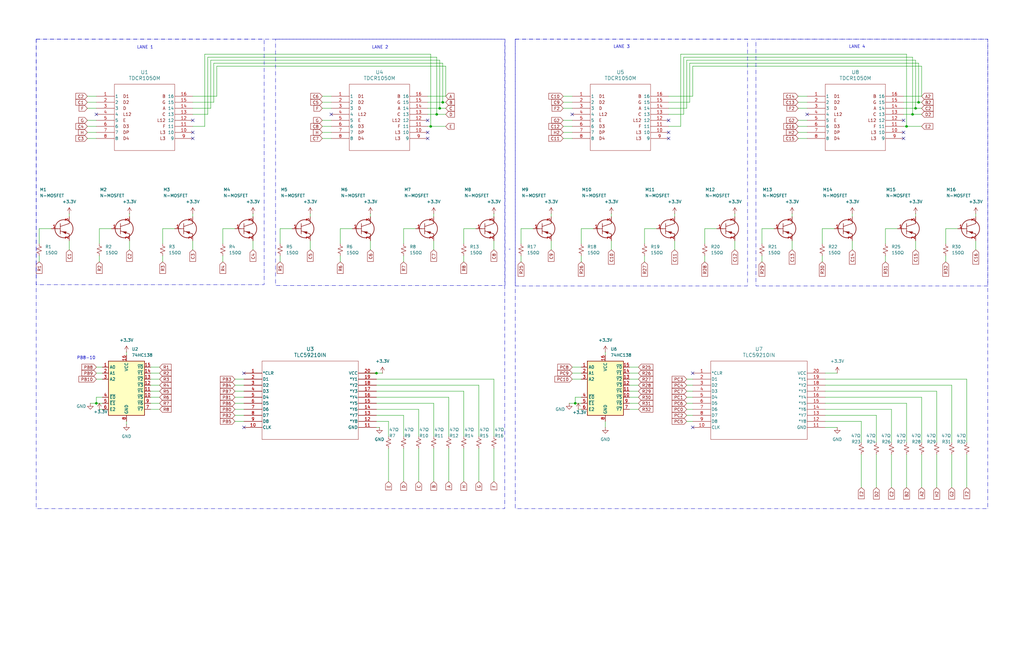
<source format=kicad_sch>
(kicad_sch (version 20231120) (generator "eeschema") (generator_version "8.0")
  (paper "B")
  (junction (at 382.27 53.34))
  (junction (at 181.61 53.34))
  (junction (at 40.64 170.18))
  (junction (at 186.69 43.18))
  (junction (at 185.42 45.72))
  (junction (at 384.81 48.26))
  (junction (at 387.35 43.18))
  (junction (at 184.15 48.26))
  (junction (at 242.57 170.18))
  (junction (at 386.08 45.72))
  (junction (at 158.75 157.48))
  (no_connect (at 102.87 157.48))
  (no_connect (at 139.7 48.26))
  (no_connect (at 81.28 58.42))
  (no_connect (at 180.34 55.88))
  (no_connect (at 102.87 180.34))
  (no_connect (at 281.94 50.8))
  (no_connect (at 340.36 48.26))
  (no_connect (at 281.94 58.42))
  (no_connect (at 281.94 55.88))
  (no_connect (at 381 58.42))
  (no_connect (at 381 55.88))
  (no_connect (at 81.28 55.88))
  (no_connect (at 81.28 50.8))
  (no_connect (at 40.64 48.26))
  (no_connect (at 292.1 157.48))
  (no_connect (at 180.34 58.42))
  (no_connect (at 292.1 180.34))
  (no_connect (at 180.34 50.8))
  (no_connect (at 381 50.8))
  (no_connect (at 241.3 48.26))
  (wire (pts (xy 99.06 172.72) (xy 102.87 172.72)))
  (wire (pts (xy 336.55 58.42) (xy 340.36 58.42)))
  (wire (pts (xy 411.48 101.6) (xy 411.48 105.41)))
  (wire (pts (xy 347.98 172.72) (xy 375.92 172.72)))
  (polyline (pts (xy 214.884 105.156) (xy 215.138 105.156)))
  (wire (pts (xy 186.69 26.67) (xy 186.69 43.18)))
  (wire (pts (xy 394.97 205.74) (xy 394.97 191.77)))
  (wire (pts (xy 36.83 45.72) (xy 40.64 45.72)))
  (wire (pts (xy 40.64 167.64) (xy 40.64 170.18)))
  (wire (pts (xy 382.27 22.86) (xy 382.27 53.34)))
  (wire (pts (xy 86.36 53.34) (xy 86.36 22.86)))
  (wire (pts (xy 321.31 110.49) (xy 321.31 107.95)))
  (wire (pts (xy 29.21 90.17) (xy 29.21 91.44)))
  (wire (pts (xy 16.51 110.49) (xy 16.51 107.95)))
  (wire (pts (xy 16.51 96.52) (xy 16.51 102.87)))
  (wire (pts (xy 67.31 157.48) (xy 63.5 157.48)))
  (wire (pts (xy 201.93 203.2) (xy 201.93 189.23)))
  (wire (pts (xy 243.84 172.72) (xy 245.11 172.72)))
  (wire (pts (xy 36.83 43.18) (xy 40.64 43.18)))
  (wire (pts (xy 276.86 96.52) (xy 271.78 96.52)))
  (wire (pts (xy 388.62 27.94) (xy 388.62 40.64)))
  (wire (pts (xy 163.83 184.15) (xy 163.83 177.8)))
  (wire (pts (xy 237.49 40.64) (xy 241.3 40.64)))
  (wire (pts (xy 346.71 110.49) (xy 346.71 107.95)))
  (wire (pts (xy 118.11 96.52) (xy 118.11 102.87)))
  (wire (pts (xy 130.81 101.6) (xy 130.81 105.41)))
  (wire (pts (xy 67.31 162.56) (xy 63.5 162.56)))
  (wire (pts (xy 347.98 170.18) (xy 382.27 170.18)))
  (wire (pts (xy 38.1 170.18) (xy 40.64 170.18)))
  (wire (pts (xy 289.56 167.64) (xy 292.1 167.64)))
  (wire (pts (xy 208.28 160.02) (xy 158.75 160.02)))
  (wire (pts (xy 201.93 162.56) (xy 201.93 184.15)))
  (wire (pts (xy 411.48 90.17) (xy 411.48 91.44)))
  (wire (pts (xy 184.15 24.13) (xy 184.15 48.26)))
  (wire (pts (xy 269.24 154.94) (xy 265.43 154.94)))
  (wire (pts (xy 67.31 170.18) (xy 63.5 170.18)))
  (wire (pts (xy 334.01 90.17) (xy 334.01 91.44)))
  (wire (pts (xy 43.18 167.64) (xy 40.64 167.64)))
  (wire (pts (xy 359.41 90.17) (xy 359.41 91.44)))
  (wire (pts (xy 185.42 45.72) (xy 187.96 45.72)))
  (wire (pts (xy 347.98 177.8) (xy 363.22 177.8)))
  (wire (pts (xy 90.17 26.67) (xy 186.69 26.67)))
  (wire (pts (xy 208.28 101.6) (xy 208.28 105.41)))
  (wire (pts (xy 158.75 162.56) (xy 201.93 162.56)))
  (wire (pts (xy 189.23 203.2) (xy 189.23 189.23)))
  (wire (pts (xy 86.36 22.86) (xy 181.61 22.86)))
  (wire (pts (xy 398.78 110.49) (xy 398.78 107.95)))
  (wire (pts (xy 135.89 53.34) (xy 139.7 53.34)))
  (wire (pts (xy 176.53 203.2) (xy 176.53 189.23)))
  (polyline (pts (xy 214.63 105.156) (xy 214.884 105.156)))
  (wire (pts (xy 336.55 50.8) (xy 340.36 50.8)))
  (wire (pts (xy 187.96 27.94) (xy 91.44 27.94)))
  (wire (pts (xy 346.71 96.52) (xy 346.71 102.87)))
  (wire (pts (xy 81.28 90.17) (xy 81.28 91.44)))
  (wire (pts (xy 289.56 25.4) (xy 386.08 25.4)))
  (wire (pts (xy 41.91 172.72) (xy 43.18 172.72)))
  (wire (pts (xy 407.67 160.02) (xy 407.67 186.69)))
  (wire (pts (xy 81.28 101.6) (xy 81.28 105.41)))
  (wire (pts (xy 88.9 45.72) (xy 88.9 25.4)))
  (wire (pts (xy 154.94 157.48) (xy 158.75 157.48)))
  (wire (pts (xy 170.18 96.52) (xy 170.18 102.87)))
  (wire (pts (xy 387.35 43.18) (xy 381 43.18)))
  (wire (pts (xy 269.24 172.72) (xy 265.43 172.72)))
  (wire (pts (xy 336.55 43.18) (xy 340.36 43.18)))
  (wire (pts (xy 336.55 45.72) (xy 340.36 45.72)))
  (wire (pts (xy 284.48 101.6) (xy 284.48 105.41)))
  (wire (pts (xy 135.89 45.72) (xy 139.7 45.72)))
  (wire (pts (xy 158.75 157.48) (xy 161.29 157.48)))
  (wire (pts (xy 90.17 43.18) (xy 90.17 26.67)))
  (wire (pts (xy 143.51 96.52) (xy 143.51 102.87)))
  (wire (pts (xy 170.18 184.15) (xy 170.18 175.26)))
  (wire (pts (xy 195.58 203.2) (xy 195.58 189.23)))
  (wire (pts (xy 281.94 48.26) (xy 288.29 48.26)))
  (wire (pts (xy 289.56 172.72) (xy 292.1 172.72)))
  (wire (pts (xy 386.08 45.72) (xy 381 45.72)))
  (wire (pts (xy 363.22 191.77) (xy 363.22 205.74)))
  (wire (pts (xy 73.66 96.52) (xy 68.58 96.52)))
  (wire (pts (xy 288.29 48.26) (xy 288.29 24.13)))
  (wire (pts (xy 281.94 45.72) (xy 289.56 45.72)))
  (wire (pts (xy 255.27 148.59) (xy 255.27 149.86)))
  (wire (pts (xy 135.89 50.8) (xy 139.7 50.8)))
  (wire (pts (xy 382.27 205.74) (xy 382.27 191.77)))
  (wire (pts (xy 208.28 189.23) (xy 208.28 203.2)))
  (wire (pts (xy 182.88 101.6) (xy 182.88 105.41)))
  (wire (pts (xy 93.98 110.49) (xy 93.98 107.95)))
  (wire (pts (xy 208.28 90.17) (xy 208.28 91.44)))
  (wire (pts (xy 378.46 96.52) (xy 373.38 96.52)))
  (wire (pts (xy 156.21 90.17) (xy 156.21 91.44)))
  (wire (pts (xy 106.68 90.17) (xy 106.68 91.44)))
  (wire (pts (xy 181.61 22.86) (xy 181.61 53.34)))
  (wire (pts (xy 382.27 53.34) (xy 381 53.34)))
  (wire (pts (xy 81.28 48.26) (xy 87.63 48.26)))
  (wire (pts (xy 189.23 167.64) (xy 158.75 167.64)))
  (wire (pts (xy 40.64 154.94) (xy 43.18 154.94)))
  (wire (pts (xy 195.58 110.49) (xy 195.58 107.95)))
  (wire (pts (xy 123.19 96.52) (xy 118.11 96.52)))
  (wire (pts (xy 271.78 110.49) (xy 271.78 107.95)))
  (wire (pts (xy 36.83 50.8) (xy 40.64 50.8)))
  (wire (pts (xy 91.44 40.64) (xy 81.28 40.64)))
  (wire (pts (xy 170.18 110.49) (xy 170.18 107.95)))
  (wire (pts (xy 163.83 189.23) (xy 163.83 203.2)))
  (wire (pts (xy 242.57 170.18) (xy 245.11 170.18)))
  (wire (pts (xy 384.81 48.26) (xy 388.62 48.26)))
  (wire (pts (xy 81.28 43.18) (xy 90.17 43.18)))
  (wire (pts (xy 287.02 22.86) (xy 382.27 22.86)))
  (wire (pts (xy 382.27 170.18) (xy 382.27 186.69)))
  (wire (pts (xy 321.31 96.52) (xy 321.31 102.87)))
  (wire (pts (xy 326.39 96.52) (xy 321.31 96.52)))
  (wire (pts (xy 255.27 180.34) (xy 255.27 177.8)))
  (wire (pts (xy 99.06 162.56) (xy 102.87 162.56)))
  (wire (pts (xy 381 40.64) (xy 388.62 40.64)))
  (wire (pts (xy 232.41 101.6) (xy 232.41 105.41)))
  (wire (pts (xy 363.22 177.8) (xy 363.22 186.69)))
  (wire (pts (xy 302.26 96.52) (xy 297.18 96.52)))
  (wire (pts (xy 143.51 110.49) (xy 143.51 107.95)))
  (wire (pts (xy 375.92 205.74) (xy 375.92 191.77)))
  (wire (pts (xy 387.35 43.18) (xy 388.62 43.18)))
  (wire (pts (xy 336.55 55.88) (xy 340.36 55.88)))
  (wire (pts (xy 186.69 43.18) (xy 187.96 43.18)))
  (wire (pts (xy 347.98 160.02) (xy 407.67 160.02)))
  (wire (pts (xy 269.24 162.56) (xy 265.43 162.56)))
  (wire (pts (xy 292.1 40.64) (xy 281.94 40.64)))
  (wire (pts (xy 185.42 45.72) (xy 180.34 45.72)))
  (wire (pts (xy 237.49 53.34) (xy 241.3 53.34)))
  (wire (pts (xy 347.98 165.1) (xy 394.97 165.1)))
  (wire (pts (xy 232.41 90.17) (xy 232.41 91.44)))
  (wire (pts (xy 118.11 110.49) (xy 118.11 107.95)))
  (wire (pts (xy 135.89 55.88) (xy 139.7 55.88)))
  (wire (pts (xy 369.57 175.26) (xy 369.57 186.69)))
  (wire (pts (xy 185.42 25.4) (xy 185.42 45.72)))
  (wire (pts (xy 394.97 165.1) (xy 394.97 186.69)))
  (wire (pts (xy 195.58 96.52) (xy 195.58 102.87)))
  (wire (pts (xy 289.56 175.26) (xy 292.1 175.26)))
  (wire (pts (xy 289.56 170.18) (xy 292.1 170.18)))
  (wire (pts (xy 353.06 180.34) (xy 347.98 180.34)))
  (wire (pts (xy 269.24 165.1) (xy 265.43 165.1)))
  (wire (pts (xy 373.38 96.52) (xy 373.38 102.87)))
  (wire (pts (xy 403.86 96.52) (xy 398.78 96.52)))
  (wire (pts (xy 46.99 96.52) (xy 41.91 96.52)))
  (wire (pts (xy 163.83 177.8) (xy 158.75 177.8)))
  (wire (pts (xy 271.78 96.52) (xy 271.78 102.87)))
  (wire (pts (xy 87.63 24.13) (xy 184.15 24.13)))
  (wire (pts (xy 384.81 24.13) (xy 384.81 48.26)))
  (wire (pts (xy 297.18 110.49) (xy 297.18 107.95)))
  (wire (pts (xy 386.08 25.4) (xy 386.08 45.72)))
  (wire (pts (xy 91.44 27.94) (xy 91.44 40.64)))
  (wire (pts (xy 99.06 167.64) (xy 102.87 167.64)))
  (wire (pts (xy 281.94 43.18) (xy 290.83 43.18)))
  (wire (pts (xy 81.28 45.72) (xy 88.9 45.72)))
  (wire (pts (xy 99.06 170.18) (xy 102.87 170.18)))
  (wire (pts (xy 67.31 172.72) (xy 63.5 172.72)))
  (wire (pts (xy 224.79 96.52) (xy 219.71 96.52)))
  (wire (pts (xy 241.3 154.94) (xy 245.11 154.94)))
  (wire (pts (xy 135.89 40.64) (xy 139.7 40.64)))
  (wire (pts (xy 99.06 160.02) (xy 102.87 160.02)))
  (wire (pts (xy 81.28 53.34) (xy 86.36 53.34)))
  (wire (pts (xy 388.62 205.74) (xy 388.62 191.77)))
  (wire (pts (xy 181.61 53.34) (xy 187.96 53.34)))
  (wire (pts (xy 148.59 96.52) (xy 143.51 96.52)))
  (wire (pts (xy 53.34 148.59) (xy 53.34 149.86)))
  (wire (pts (xy 182.88 90.17) (xy 182.88 91.44)))
  (wire (pts (xy 99.06 175.26) (xy 102.87 175.26)))
  (wire (pts (xy 99.06 165.1) (xy 102.87 165.1)))
  (wire (pts (xy 347.98 167.64) (xy 388.62 167.64)))
  (wire (pts (xy 245.11 96.52) (xy 245.11 102.87)))
  (wire (pts (xy 386.08 101.6) (xy 386.08 105.41)))
  (wire (pts (xy 106.68 101.6) (xy 106.68 105.41)))
  (wire (pts (xy 170.18 189.23) (xy 170.18 203.2)))
  (wire (pts (xy 387.35 26.67) (xy 387.35 43.18)))
  (wire (pts (xy 184.15 48.26) (xy 187.96 48.26)))
  (wire (pts (xy 176.53 172.72) (xy 158.75 172.72)))
  (wire (pts (xy 53.34 179.07) (xy 53.34 177.8)))
  (wire (pts (xy 54.61 90.17) (xy 54.61 91.44)))
  (wire (pts (xy 281.94 53.34) (xy 287.02 53.34)))
  (wire (pts (xy 388.62 167.64) (xy 388.62 186.69)))
  (wire (pts (xy 41.91 110.49) (xy 41.91 107.95)))
  (wire (pts (xy 289.56 165.1) (xy 292.1 165.1)))
  (wire (pts (xy 269.24 157.48) (xy 265.43 157.48)))
  (wire (pts (xy 68.58 110.49) (xy 68.58 107.95)))
  (wire (pts (xy 242.57 167.64) (xy 242.57 170.18)))
  (wire (pts (xy 257.81 90.17) (xy 257.81 91.44)))
  (wire (pts (xy 175.26 96.52) (xy 170.18 96.52)))
  (wire (pts (xy 269.24 167.64) (xy 265.43 167.64)))
  (wire (pts (xy 67.31 165.1) (xy 63.5 165.1)))
  (wire (pts (xy 41.91 96.52) (xy 41.91 102.87)))
  (wire (pts (xy 245.11 110.49) (xy 245.11 107.95)))
  (wire (pts (xy 40.64 160.02) (xy 43.18 160.02)))
  (wire (pts (xy 40.64 157.48) (xy 43.18 157.48)))
  (wire (pts (xy 401.32 162.56) (xy 401.32 186.69)))
  (wire (pts (xy 182.88 170.18) (xy 158.75 170.18)))
  (wire (pts (xy 407.67 191.77) (xy 407.67 205.74)))
  (wire (pts (xy 36.83 58.42) (xy 40.64 58.42)))
  (wire (pts (xy 187.96 27.94) (xy 187.96 40.64)))
  (wire (pts (xy 36.83 40.64) (xy 40.64 40.64)))
  (wire (pts (xy 237.49 50.8) (xy 241.3 50.8)))
  (wire (pts (xy 181.61 53.34) (xy 180.34 53.34)))
  (wire (pts (xy 67.31 160.02) (xy 63.5 160.02)))
  (wire (pts (xy 40.64 170.18) (xy 43.18 170.18)))
  (wire (pts (xy 384.81 48.26) (xy 381 48.26)))
  (wire (pts (xy 130.81 90.17) (xy 130.81 91.44)))
  (wire (pts (xy 250.19 96.52) (xy 245.11 96.52)))
  (wire (pts (xy 67.31 167.64) (xy 63.5 167.64)))
  (wire (pts (xy 29.21 101.6) (xy 29.21 105.41)))
  (wire (pts (xy 195.58 184.15) (xy 195.58 165.1)))
  (wire (pts (xy 382.27 53.34) (xy 388.62 53.34)))
  (wire (pts (xy 36.83 55.88) (xy 40.64 55.88)))
  (wire (pts (xy 289.56 177.8) (xy 292.1 177.8)))
  (wire (pts (xy 160.02 180.34) (xy 158.75 180.34)))
  (wire (pts (xy 347.98 162.56) (xy 401.32 162.56)))
  (wire (pts (xy 189.23 184.15) (xy 189.23 167.64)))
  (wire (pts (xy 99.06 96.52) (xy 93.98 96.52)))
  (wire (pts (xy 336.55 40.64) (xy 340.36 40.64)))
  (wire (pts (xy 176.53 184.15) (xy 176.53 172.72)))
  (wire (pts (xy 388.62 27.94) (xy 292.1 27.94)))
  (wire (pts (xy 297.18 96.52) (xy 297.18 102.87)))
  (wire (pts (xy 386.08 90.17) (xy 386.08 91.44)))
  (wire (pts (xy 351.79 96.52) (xy 346.71 96.52)))
  (wire (pts (xy 87.63 48.26) (xy 87.63 24.13)))
  (wire (pts (xy 269.24 160.02) (xy 265.43 160.02)))
  (wire (pts (xy 237.49 43.18) (xy 241.3 43.18)))
  (wire (pts (xy 186.69 43.18) (xy 180.34 43.18)))
  (wire (pts (xy 359.41 101.6) (xy 359.41 105.41)))
  (wire (pts (xy 347.98 157.48) (xy 353.06 157.48)))
  (wire (pts (xy 241.3 160.02) (xy 245.11 160.02)))
  (wire (pts (xy 180.34 40.64) (xy 187.96 40.64)))
  (wire (pts (xy 245.11 167.64) (xy 242.57 167.64)))
  (wire (pts (xy 269.24 170.18) (xy 265.43 170.18)))
  (wire (pts (xy 284.48 90.17) (xy 284.48 91.44)))
  (wire (pts (xy 219.71 96.52) (xy 219.71 102.87)))
  (wire (pts (xy 292.1 27.94) (xy 292.1 40.64)))
  (wire (pts (xy 401.32 205.74) (xy 401.32 191.77)))
  (wire (pts (xy 99.06 177.8) (xy 102.87 177.8)))
  (wire (pts (xy 309.88 90.17) (xy 309.88 91.44)))
  (wire (pts (xy 184.15 48.26) (xy 180.34 48.26)))
  (wire (pts (xy 347.98 175.26) (xy 369.57 175.26)))
  (wire (pts (xy 240.03 170.18) (xy 242.57 170.18)))
  (wire (pts (xy 237.49 58.42) (xy 241.3 58.42)))
  (wire (pts (xy 334.01 101.6) (xy 334.01 105.41)))
  (wire (pts (xy 182.88 203.2) (xy 182.88 189.23)))
  (wire (pts (xy 219.71 110.49) (xy 219.71 107.95)))
  (wire (pts (xy 68.58 96.52) (xy 68.58 102.87)))
  (wire (pts (xy 290.83 26.67) (xy 387.35 26.67)))
  (wire (pts (xy 386.08 45.72) (xy 388.62 45.72)))
  (wire (pts (xy 289.56 160.02) (xy 292.1 160.02)))
  (wire (pts (xy 36.83 53.34) (xy 40.64 53.34)))
  (wire (pts (xy 156.21 101.6) (xy 156.21 105.41)))
  (wire (pts (xy 135.89 43.18) (xy 139.7 43.18)))
  (wire (pts (xy 54.61 101.6) (xy 54.61 105.41)))
  (wire (pts (xy 170.18 175.26) (xy 158.75 175.26)))
  (wire (pts (xy 237.49 55.88) (xy 241.3 55.88)))
  (wire (pts (xy 237.49 45.72) (xy 241.3 45.72)))
  (wire (pts (xy 67.31 154.94) (xy 63.5 154.94)))
  (wire (pts (xy 200.66 96.52) (xy 195.58 96.52)))
  (wire (pts (xy 287.02 53.34) (xy 287.02 22.86)))
  (wire (pts (xy 398.78 96.52) (xy 398.78 102.87)))
  (wire (pts (xy 195.58 165.1) (xy 158.75 165.1)))
  (wire (pts (xy 241.3 157.48) (xy 245.11 157.48)))
  (wire (pts (xy 257.81 101.6) (xy 257.81 105.41)))
  (wire (pts (xy 93.98 96.52) (xy 93.98 102.87)))
  (wire (pts (xy 135.89 58.42) (xy 139.7 58.42)))
  (wire (pts (xy 88.9 25.4) (xy 185.42 25.4)))
  (wire (pts (xy 290.83 43.18) (xy 290.83 26.67)))
  (wire (pts (xy 288.29 24.13) (xy 384.81 24.13)))
  (wire (pts (xy 182.88 184.15) (xy 182.88 170.18)))
  (wire (pts (xy 369.57 191.77) (xy 369.57 205.74)))
  (wire (pts (xy 289.56 162.56) (xy 292.1 162.56)))
  (wire (pts (xy 309.88 101.6) (xy 309.88 105.41)))
  (wire (pts (xy 208.28 184.15) (xy 208.28 160.02)))
  (wire (pts (xy 21.59 96.52) (xy 16.51 96.52)))
  (wire (pts (xy 336.55 53.34) (xy 340.36 53.34)))
  (wire (pts (xy 375.92 172.72) (xy 375.92 186.69)))
  (wire (pts (xy 289.56 45.72) (xy 289.56 25.4)))
  (wire (pts (xy 373.38 110.49) (xy 373.38 107.95)))
  (rectangle (start 15.2508 16.5098) (end 111.3686 120.1419) (stroke (width 0) (type dash_dot)))
  (rectangle (start 116.183 16.51) (end 212.957 120.4991) (stroke (width 0) (type dash_dot)))
  (rectangle (start 217.2472 16.51) (end 315.214 120.65) (stroke (width 0) (type dash_dot)))
  (rectangle (start 15.24 16.51) (end 212.8495 214.63) (stroke (width 0) (type dash_dot)))
  (rectangle (start 318.77 16.51) (end 416.56 120.65) (stroke (width 0) (type dash_dot)))
  (rectangle (start 217.2472 16.51) (end 416.5105 214.63) (stroke (width 0) (type dash_dot)))
  (text "LANE 4" (at 361.442 19.812 0) (effects (font (size 1.27 1.27))))
  (text "LANE 2" (at 160.274 20.066 0) (effects (font (size 1.27 1.27))))
  (text "PB8-10\n" (at 36.322 151.13 0) (effects (font (size 1.27 1.27))))
  (text "LANE 1" (at 61.214 20.066 0) (effects (font (size 1.27 1.27))))
  (text "LANE 3" (at 262.128 19.812 0) (effects (font (size 1.27 1.27))))
  (global_label "C6" (shape input) (at 156.21 105.41 270) (property "Intersheetrefs" "${INTERSHEET_REFS}" (effects (hide yes))))
  (global_label "C1" (shape input) (at 36.83 43.18 180) (property "Intersheetrefs" "${INTERSHEET_REFS}" (effects (hide yes))))
  (global_label "R32" (shape input) (at 269.24 172.72 0) (property "Intersheetrefs" "${INTERSHEET_REFS}" (effects (hide yes))))
  (global_label "R6" (shape input) (at 143.51 110.49 270) (property "Intersheetrefs" "${INTERSHEET_REFS}" (effects (hide yes))))
  (global_label "PB9" (shape input) (at 40.64 157.48 180) (property "Intersheetrefs" "${INTERSHEET_REFS}" (effects (hide yes))))
  (global_label "R6" (shape input) (at 67.31 167.64 0) (property "Intersheetrefs" "${INTERSHEET_REFS}" (effects (hide yes))))
  (global_label "C16" (shape input) (at 336.55 53.34 180) (property "Intersheetrefs" "${INTERSHEET_REFS}" (effects (hide yes))))
  (global_label "PB0" (shape input) (at 99.06 172.72 180) (property "Intersheetrefs" "${INTERSHEET_REFS}" (effects (hide yes))))
  (global_label "R31" (shape input) (at 269.24 170.18 0) (property "Intersheetrefs" "${INTERSHEET_REFS}" (effects (hide yes))))
  (global_label "R32" (shape input) (at 398.78 110.49 270) (property "Intersheetrefs" "${INTERSHEET_REFS}" (effects (hide yes))))
  (global_label "C6" (shape input) (at 135.89 40.64 180) (property "Intersheetrefs" "${INTERSHEET_REFS}" (effects (hide yes))))
  (global_label "E2" (shape input) (at 363.22 205.74 270) (property "Intersheetrefs" "${INTERSHEET_REFS}" (effects (hide yes))))
  (global_label "C12" (shape input) (at 237.49 53.34 180) (property "Intersheetrefs" "${INTERSHEET_REFS}" (effects (hide yes))))
  (global_label "PC2" (shape input) (at 289.56 175.26 180) (property "Intersheetrefs" "${INTERSHEET_REFS}" (effects (hide yes))))
  (global_label "H" (shape input) (at 36.83 55.88 180) (property "Intersheetrefs" "${INTERSHEET_REFS}" (effects (hide yes))))
  (global_label "C15" (shape input) (at 386.08 105.41 270) (property "Intersheetrefs" "${INTERSHEET_REFS}" (effects (hide yes))))
  (global_label "C13" (shape input) (at 336.55 43.18 180) (property "Intersheetrefs" "${INTERSHEET_REFS}" (effects (hide yes))))
  (global_label "PB2" (shape input) (at 99.06 175.26 180) (property "Intersheetrefs" "${INTERSHEET_REFS}" (effects (hide yes))))
  (global_label "R26" (shape input) (at 245.11 110.49 270) (property "Intersheetrefs" "${INTERSHEET_REFS}" (effects (hide yes))))
  (global_label "C3" (shape input) (at 81.28 105.41 270) (property "Intersheetrefs" "${INTERSHEET_REFS}" (effects (hide yes))))
  (global_label "H" (shape input) (at 195.58 203.2 270) (property "Intersheetrefs" "${INTERSHEET_REFS}" (effects (hide yes))))
  (global_label "C15" (shape input) (at 336.55 58.42 180) (property "Intersheetrefs" "${INTERSHEET_REFS}" (effects (hide yes))))
  (global_label "PC9" (shape input) (at 241.3 157.48 180) (property "Intersheetrefs" "${INTERSHEET_REFS}" (effects (hide yes))))
  (global_label "C11" (shape input) (at 284.48 105.41 270) (property "Intersheetrefs" "${INTERSHEET_REFS}" (effects (hide yes))))
  (global_label "PC10" (shape input) (at 241.3 160.02 180) (property "Intersheetrefs" "${INTERSHEET_REFS}" (effects (hide yes))))
  (global_label "G2" (shape input) (at 237.49 50.8 180) (property "Intersheetrefs" "${INTERSHEET_REFS}" (effects (hide yes))))
  (global_label "G" (shape input) (at 135.89 50.8 180) (property "Intersheetrefs" "${INTERSHEET_REFS}" (effects (hide yes))))
  (global_label "C12" (shape input) (at 309.88 105.41 270) (property "Intersheetrefs" "${INTERSHEET_REFS}" (effects (hide yes))))
  (global_label "R29" (shape input) (at 321.31 110.49 270) (property "Intersheetrefs" "${INTERSHEET_REFS}" (effects (hide yes))))
  (global_label "D2" (shape input) (at 369.57 205.74 270) (property "Intersheetrefs" "${INTERSHEET_REFS}" (effects (hide yes))))
  (global_label "PB8" (shape input) (at 40.64 154.94 180) (property "Intersheetrefs" "${INTERSHEET_REFS}" (effects (hide yes))))
  (global_label "C4" (shape input) (at 106.68 105.41 270) (property "Intersheetrefs" "${INTERSHEET_REFS}" (effects (hide yes))))
  (global_label "PC6" (shape input) (at 289.56 170.18 180) (property "Intersheetrefs" "${INTERSHEET_REFS}" (effects (hide yes))))
  (global_label "F2" (shape input) (at 336.55 45.72 180) (property "Intersheetrefs" "${INTERSHEET_REFS}" (effects (hide yes))))
  (global_label "R27" (shape input) (at 269.24 160.02 0) (property "Intersheetrefs" "${INTERSHEET_REFS}" (effects (hide yes))))
  (global_label "C14" (shape input) (at 359.41 105.41 270) (property "Intersheetrefs" "${INTERSHEET_REFS}" (effects (hide yes))))
  (global_label "C4" (shape input) (at 36.83 53.34 180) (property "Intersheetrefs" "${INTERSHEET_REFS}" (effects (hide yes))))
  (global_label "H2" (shape input) (at 394.97 205.74 270) (property "Intersheetrefs" "${INTERSHEET_REFS}" (effects (hide yes))))
  (global_label "F" (shape input) (at 208.28 203.2 270) (property "Intersheetrefs" "${INTERSHEET_REFS}" (effects (hide yes))))
  (global_label "R7" (shape input) (at 170.18 110.49 270) (property "Intersheetrefs" "${INTERSHEET_REFS}" (effects (hide yes))))
  (global_label "F2" (shape input) (at 407.67 205.74 270) (property "Intersheetrefs" "${INTERSHEET_REFS}" (effects (hide yes))))
  (global_label "R28" (shape input) (at 297.18 110.49 270) (property "Intersheetrefs" "${INTERSHEET_REFS}" (effects (hide yes))))
  (global_label "PC1" (shape input) (at 289.56 167.64 180) (property "Intersheetrefs" "${INTERSHEET_REFS}" (effects (hide yes))))
  (global_label "C16" (shape input) (at 411.48 105.41 270) (property "Intersheetrefs" "${INTERSHEET_REFS}" (effects (hide yes))))
  (global_label "A2" (shape input) (at 388.62 40.64 0) (property "Intersheetrefs" "${INTERSHEET_REFS}" (effects (hide yes))))
  (global_label "C10" (shape input) (at 237.49 40.64 180) (property "Intersheetrefs" "${INTERSHEET_REFS}" (effects (hide yes))))
  (global_label "C2" (shape input) (at 54.61 105.41 270) (property "Intersheetrefs" "${INTERSHEET_REFS}" (effects (hide yes))))
  (global_label "C8" (shape input) (at 135.89 53.34 180) (property "Intersheetrefs" "${INTERSHEET_REFS}" (effects (hide yes))))
  (global_label "A2" (shape input) (at 388.62 205.74 270) (property "Intersheetrefs" "${INTERSHEET_REFS}" (effects (hide yes))))
  (global_label "R1" (shape input) (at 67.31 154.94 0) (property "Intersheetrefs" "${INTERSHEET_REFS}" (effects (hide yes))))
  (global_label "C" (shape input) (at 187.96 45.72 0) (property "Intersheetrefs" "${INTERSHEET_REFS}" (effects (hide yes))))
  (global_label "R4" (shape input) (at 93.98 110.49 270) (property "Intersheetrefs" "${INTERSHEET_REFS}" (effects (hide yes))))
  (global_label "B2" (shape input) (at 388.62 43.18 0) (property "Intersheetrefs" "${INTERSHEET_REFS}" (effects (hide yes))))
  (global_label "C8" (shape input) (at 208.28 105.41 270) (property "Intersheetrefs" "${INTERSHEET_REFS}" (effects (hide yes))))
  (global_label "F" (shape input) (at 36.83 45.72 180) (property "Intersheetrefs" "${INTERSHEET_REFS}" (effects (hide yes))))
  (global_label "PB5" (shape input) (at 99.06 177.8 180) (property "Intersheetrefs" "${INTERSHEET_REFS}" (effects (hide yes))))
  (global_label "C10" (shape input) (at 257.81 105.41 270) (property "Intersheetrefs" "${INTERSHEET_REFS}" (effects (hide yes))))
  (global_label "B2" (shape input) (at 382.27 205.74 270) (property "Intersheetrefs" "${INTERSHEET_REFS}" (effects (hide yes))))
  (global_label "R2" (shape input) (at 67.31 157.48 0) (property "Intersheetrefs" "${INTERSHEET_REFS}" (effects (hide yes))))
  (global_label "PB3" (shape input) (at 99.06 160.02 180) (property "Intersheetrefs" "${INTERSHEET_REFS}" (effects (hide yes))))
  (global_label "R7" (shape input) (at 67.31 170.18 0) (property "Intersheetrefs" "${INTERSHEET_REFS}" (effects (hide yes))))
  (global_label "R5" (shape input) (at 67.31 165.1 0) (property "Intersheetrefs" "${INTERSHEET_REFS}" (effects (hide yes))))
  (global_label "D" (shape input) (at 170.18 203.2 270) (property "Intersheetrefs" "${INTERSHEET_REFS}" (effects (hide yes))))
  (global_label "C" (shape input) (at 176.53 203.2 270) (property "Intersheetrefs" "${INTERSHEET_REFS}" (effects (hide yes))))
  (global_label "R27" (shape input) (at 271.78 110.49 270) (property "Intersheetrefs" "${INTERSHEET_REFS}" (effects (hide yes))))
  (global_label "PB10" (shape input) (at 40.64 160.02 180) (property "Intersheetrefs" "${INTERSHEET_REFS}" (effects (hide yes))))
  (global_label "R31" (shape input) (at 373.38 110.49 270) (property "Intersheetrefs" "${INTERSHEET_REFS}" (effects (hide yes))))
  (global_label "PC0" (shape input) (at 289.56 172.72 180) (property "Intersheetrefs" "${INTERSHEET_REFS}" (effects (hide yes))))
  (global_label "PB1" (shape input) (at 99.06 167.64 180) (property "Intersheetrefs" "${INTERSHEET_REFS}" (effects (hide yes))))
  (global_label "R3" (shape input) (at 67.31 160.02 0) (property "Intersheetrefs" "${INTERSHEET_REFS}" (effects (hide yes))))
  (global_label "R28" (shape input) (at 269.24 162.56 0) (property "Intersheetrefs" "${INTERSHEET_REFS}" (effects (hide yes))))
  (global_label "PC5" (shape input) (at 289.56 177.8 180) (property "Intersheetrefs" "${INTERSHEET_REFS}" (effects (hide yes))))
  (global_label "C11" (shape input) (at 237.49 58.42 180) (property "Intersheetrefs" "${INTERSHEET_REFS}" (effects (hide yes))))
  (global_label "E" (shape input) (at 187.96 53.34 0) (property "Intersheetrefs" "${INTERSHEET_REFS}" (effects (hide yes))))
  (global_label "R1" (shape input) (at 16.51 110.49 270) (property "Intersheetrefs" "${INTERSHEET_REFS}" (effects (hide yes))))
  (global_label "A" (shape input) (at 189.23 203.2 270) (property "Intersheetrefs" "${INTERSHEET_REFS}" (effects (hide yes))))
  (global_label "C5" (shape input) (at 130.81 105.41 270) (property "Intersheetrefs" "${INTERSHEET_REFS}" (effects (hide yes))))
  (global_label "B" (shape input) (at 182.88 203.2 270) (property "Intersheetrefs" "${INTERSHEET_REFS}" (effects (hide yes))))
  (global_label "C5" (shape input) (at 135.89 43.18 180) (property "Intersheetrefs" "${INTERSHEET_REFS}" (effects (hide yes))))
  (global_label "PC4" (shape input) (at 289.56 162.56 180) (property "Intersheetrefs" "${INTERSHEET_REFS}" (effects (hide yes))))
  (global_label "PB7" (shape input) (at 99.06 165.1 180) (property "Intersheetrefs" "${INTERSHEET_REFS}" (effects (hide yes))))
  (global_label "R8" (shape input) (at 195.58 110.49 270) (property "Intersheetrefs" "${INTERSHEET_REFS}" (effects (hide yes))))
  (global_label "R2" (shape input) (at 41.91 110.49 270) (property "Intersheetrefs" "${INTERSHEET_REFS}" (effects (hide yes))))
  (global_label "C13" (shape input) (at 334.01 105.41 270) (property "Intersheetrefs" "${INTERSHEET_REFS}" (effects (hide yes))))
  (global_label "R3" (shape input) (at 68.58 110.49 270) (property "Intersheetrefs" "${INTERSHEET_REFS}" (effects (hide yes))))
  (global_label "C7" (shape input) (at 135.89 58.42 180) (property "Intersheetrefs" "${INTERSHEET_REFS}" (effects (hide yes))))
  (global_label "G" (shape input) (at 201.93 203.2 270) (property "Intersheetrefs" "${INTERSHEET_REFS}" (effects (hide yes))))
  (global_label "R8" (shape input) (at 67.31 172.72 0) (property "Intersheetrefs" "${INTERSHEET_REFS}" (effects (hide yes))))
  (global_label "C9" (shape input) (at 232.41 105.41 270) (property "Intersheetrefs" "${INTERSHEET_REFS}" (effects (hide yes))))
  (global_label "PC8" (shape input) (at 241.3 154.94 180) (property "Intersheetrefs" "${INTERSHEET_REFS}" (effects (hide yes))))
  (global_label "PC7" (shape input) (at 289.56 165.1 180) (property "Intersheetrefs" "${INTERSHEET_REFS}" (effects (hide yes))))
  (global_label "C3" (shape input) (at 36.83 58.42 180) (property "Intersheetrefs" "${INTERSHEET_REFS}" (effects (hide yes))))
  (global_label "F2" (shape input) (at 237.49 45.72 180) (property "Intersheetrefs" "${INTERSHEET_REFS}" (effects (hide yes))))
  (global_label "H2" (shape input) (at 237.49 55.88 180) (property "Intersheetrefs" "${INTERSHEET_REFS}" (effects (hide yes))))
  (global_label "G2" (shape input) (at 401.32 205.74 270) (property "Intersheetrefs" "${INTERSHEET_REFS}" (effects (hide yes))))
  (global_label "R30" (shape input) (at 269.24 167.64 0) (property "Intersheetrefs" "${INTERSHEET_REFS}" (effects (hide yes))))
  (global_label "R26" (shape input) (at 269.24 157.48 0) (property "Intersheetrefs" "${INTERSHEET_REFS}" (effects (hide yes))))
  (global_label "G" (shape input) (at 36.83 50.8 180) (property "Intersheetrefs" "${INTERSHEET_REFS}" (effects (hide yes))))
  (global_label "R29" (shape input) (at 269.24 165.1 0) (property "Intersheetrefs" "${INTERSHEET_REFS}" (effects (hide yes))))
  (global_label "PB4" (shape input) (at 99.06 162.56 180) (property "Intersheetrefs" "${INTERSHEET_REFS}" (effects (hide yes))))
  (global_label "R25" (shape input) (at 269.24 154.94 0) (property "Intersheetrefs" "${INTERSHEET_REFS}" (effects (hide yes))))
  (global_label "H" (shape input) (at 135.89 55.88 180) (property "Intersheetrefs" "${INTERSHEET_REFS}" (effects (hide yes))))
  (global_label "PB6" (shape input) (at 99.06 170.18 180) (property "Intersheetrefs" "${INTERSHEET_REFS}" (effects (hide yes))))
  (global_label "C2" (shape input) (at 36.83 40.64 180) (property "Intersheetrefs" "${INTERSHEET_REFS}" (effects (hide yes))))
  (global_label "H2" (shape input) (at 336.55 55.88 180) (property "Intersheetrefs" "${INTERSHEET_REFS}" (effects (hide yes))))
  (global_label "D" (shape input) (at 187.96 48.26 0) (property "Intersheetrefs" "${INTERSHEET_REFS}" (effects (hide yes))))
  (global_label "C2" (shape input) (at 375.92 205.74 270) (property "Intersheetrefs" "${INTERSHEET_REFS}" (effects (hide yes))))
  (global_label "B" (shape input) (at 187.96 43.18 0) (property "Intersheetrefs" "${INTERSHEET_REFS}" (effects (hide yes))))
  (global_label "C7" (shape input) (at 182.88 105.41 270) (property "Intersheetrefs" "${INTERSHEET_REFS}" (effects (hide yes))))
  (global_label "C1" (shape input) (at 29.21 105.41 270) (property "Intersheetrefs" "${INTERSHEET_REFS}" (effects (hide yes))))
  (global_label "C14" (shape input) (at 336.55 40.64 180) (property "Intersheetrefs" "${INTERSHEET_REFS}" (effects (hide yes))))
  (global_label "A" (shape input) (at 187.96 40.64 0) (property "Intersheetrefs" "${INTERSHEET_REFS}" (effects (hide yes))))
  (global_label "R30" (shape input) (at 346.71 110.49 270) (property "Intersheetrefs" "${INTERSHEET_REFS}" (effects (hide yes))))
  (global_label "G2" (shape input) (at 336.55 50.8 180) (property "Intersheetrefs" "${INTERSHEET_REFS}" (effects (hide yes))))
  (global_label "R5" (shape input) (at 118.11 110.49 270) (property "Intersheetrefs" "${INTERSHEET_REFS}" (effects (hide yes))))
  (global_label "E" (shape input) (at 163.83 203.2 270) (property "Intersheetrefs" "${INTERSHEET_REFS}" (effects (hide yes))))
  (global_label "C2" (shape input) (at 388.62 45.72 0) (property "Intersheetrefs" "${INTERSHEET_REFS}" (effects (hide yes))))
  (global_label "PC3" (shape input) (at 289.56 160.02 180) (property "Intersheetrefs" "${INTERSHEET_REFS}" (effects (hide yes))))
  (global_label "R25" (shape input) (at 219.71 110.49 270) (property "Intersheetrefs" "${INTERSHEET_REFS}" (effects (hide yes))))
  (global_label "C9" (shape input) (at 237.49 43.18 180) (property "Intersheetrefs" "${INTERSHEET_REFS}" (effects (hide yes))))
  (global_label "E2" (shape input) (at 388.62 53.34 0) (property "Intersheetrefs" "${INTERSHEET_REFS}" (effects (hide yes))))
  (global_label "D2" (shape input) (at 388.62 48.26 0) (property "Intersheetrefs" "${INTERSHEET_REFS}" (effects (hide yes))))
  (global_label "F" (shape input) (at 135.89 45.72 180) (property "Intersheetrefs" "${INTERSHEET_REFS}" (effects (hide yes))))
  (global_label "R4" (shape input) (at 67.31 162.56 0) (property "Intersheetrefs" "${INTERSHEET_REFS}" (effects (hide yes))))
  (symbol (lib_id "pn2907a-smt:PMBT2907A_235") (at 276.86 96.52 0) (unit 1)
    (property "Reference" "M11" (at 272.034 80.01 0) (effects (justify left)))
    (property "Value" "N-MOSFET" (at 272.034 82.55 0) (effects (justify left)))
    (property "Footprint" "TO-236AB_SOT23_NEX" (effects (hide yes)))
    (property "Datasheet" "PMBT2907A_235" (effects (hide yes)))
    (property "Description" "General Purpose PNP Transistors" (effects (hide yes)))
  )
  (symbol (lib_id "Device:R_Small_US") (at 388.62 189.23 0) (mirror y) (unit 1)
    (property "Reference" "R28" (at 388.366 186.436 0) (effects (justify left)))
    (property "Value" "47Ω" (at 388.366 183.896 0) (effects (justify left)))
    (property "Description" "Resistor, small US symbol" (effects (hide yes)))
  )
  (symbol (lib_id "Device:R_Small_US") (at 163.83 186.69 0) (unit 1)
    (property "Reference" "R7" (at 164.084 183.896 0) (effects (justify left)))
    (property "Value" "47Ω" (at 164.084 181.356 0) (effects (justify left)))
    (property "Description" "Resistor, small US symbol" (effects (hide yes)))
  )
  (symbol (lib_id "power:+3.3V") (at 54.61 90.17 0) (unit 1)
    (property "Reference" "#PWR06" (effects (hide yes)))
    (property "Value" "+3.3V" (at 54.61 85.09 0))
    (property "Description" "Power symbol creates a global label with name \"+3.3V\"" (effects (hide yes)))
  )
  (symbol (lib_id "pn2907a-smt:PMBT2907A_235") (at 46.99 96.52 0) (unit 1)
    (property "Reference" "M2" (at 42.164 80.01 0) (effects (justify left)))
    (property "Value" "N-MOSFET" (at 42.164 82.55 0) (effects (justify left)))
    (property "Footprint" "TO-236AB_SOT23_NEX" (effects (hide yes)))
    (property "Datasheet" "PMBT2907A_235" (effects (hide yes)))
    (property "Description" "General Purpose PNP Transistors" (effects (hide yes)))
  )
  (symbol (lib_id "74xx:74HC138") (at 53.34 165.1 0) (unit 1)
    (property "Reference" "U2" (at 55.5341 147.32 0) (effects (justify left)))
    (property "Value" "74HC138" (at 55.5341 149.86 0) (effects (justify left)))
    (property "Footprint" "SN74HC138DR-MUX:SOIC127P600X175-16N" (effects (hide yes)))
    (property "Datasheet" "https://www.ti.com/lit/ds/scls107g/scls107g.pdf" (effects (hide yes)))
    (property "Description" "3-to-8 line decoder/multiplexer inverting, DIP-16/SOIC-16/SSOP-16" (effects (hide yes)))
  )
  (symbol (lib_id "Device:R_Small_US") (at 201.93 186.69 0) (unit 1)
    (property "Reference" "R15" (at 202.184 183.896 0) (effects (justify left)))
    (property "Value" "47Ω" (at 202.184 181.356 0) (effects (justify left)))
    (property "Description" "Resistor, small US symbol" (effects (hide yes)))
  )
  (symbol (lib_id "Device:R_Small_US") (at 401.32 189.23 0) (mirror y) (unit 1)
    (property "Reference" "R31" (at 401.066 186.436 0) (effects (justify left)))
    (property "Value" "47Ω" (at 401.066 183.896 0) (effects (justify left)))
    (property "Description" "Resistor, small US symbol" (effects (hide yes)))
  )
  (symbol (lib_name "TDCR1050M_1") (lib_id "4-7-seg-display-TDCR1050M:TDCR1050M") (at 241.3 40.64 0) (unit 1)
    (property "Reference" "U5" (at 261.62 30.48 0) (effects (font (size 1.524 1.524))))
    (property "Value" "TDCR1050M" (at 261.62 33.02 0) (effects (font (size 1.524 1.524))))
    (property "Datasheet" "TDCR1050M" (effects (hide yes)))
  )
  (symbol (lib_id "74xx:74HC138") (at 255.27 165.1 0) (unit 1)
    (property "Reference" "U6" (at 257.4641 147.32 0) (effects (justify left)))
    (property "Value" "74HC138" (at 257.4641 149.86 0) (effects (justify left)))
    (property "Footprint" "SN74HC138DR-MUX:SOIC127P600X175-16N" (effects (hide yes)))
    (property "Datasheet" "https://www.ti.com/lit/ds/scls107g/scls107g.pdf" (effects (hide yes)))
    (property "Description" "3-to-8 line decoder/multiplexer inverting, DIP-16/SOIC-16/SSOP-16" (effects (hide yes)))
  )
  (symbol (lib_id "power:+3.3V") (at 334.01 90.17 0) (unit 1)
    (property "Reference" "#PWR023" (effects (hide yes)))
    (property "Value" "+3.3V" (at 334.01 85.09 0))
    (property "Description" "Power symbol creates a global label with name \"+3.3V\"" (effects (hide yes)))
  )
  (symbol (lib_id "Device:R_Small_US") (at 16.51 105.41 0) (unit 1)
    (property "Reference" "R1" (at 19.05 104.1399 0) (effects (justify left)))
    (property "Value" "150Ω" (at 19.05 106.6799 0) (effects (justify left)))
    (property "Description" "Resistor, small US symbol" (effects (hide yes)))
  )
  (symbol (lib_id "pn2907a-smt:PMBT2907A_235") (at 99.06 96.52 0) (unit 1)
    (property "Reference" "M4" (at 94.234 80.01 0) (effects (justify left)))
    (property "Value" "N-MOSFET" (at 94.234 82.55 0) (effects (justify left)))
    (property "Footprint" "TO-236AB_SOT23_NEX" (effects (hide yes)))
    (property "Datasheet" "PMBT2907A_235" (effects (hide yes)))
    (property "Description" "General Purpose PNP Transistors" (effects (hide yes)))
  )
  (symbol (lib_id "Device:R_Small_US") (at 41.91 105.41 0) (unit 1)
    (property "Reference" "R2" (at 44.45 104.1399 0) (effects (justify left)))
    (property "Value" "150Ω" (at 44.45 106.6799 0) (effects (justify left)))
    (property "Description" "Resistor, small US symbol" (effects (hide yes)))
  )
  (symbol (lib_id "Device:R_Small_US") (at 245.11 105.41 0) (unit 1)
    (property "Reference" "R18" (at 247.65 104.1399 0) (effects (justify left)))
    (property "Value" "150Ω" (at 247.65 106.6799 0) (effects (justify left)))
    (property "Description" "Resistor, small US symbol" (effects (hide yes)))
  )
  (symbol (lib_id "Device:R_Small_US") (at 382.27 189.23 0) (mirror y) (unit 1)
    (property "Reference" "R27" (at 382.016 186.436 0) (effects (justify left)))
    (property "Value" "47Ω" (at 382.016 183.896 0) (effects (justify left)))
    (property "Description" "Resistor, small US symbol" (effects (hide yes)))
  )
  (symbol (lib_id "power:+3.3V") (at 182.88 90.17 0) (unit 1)
    (property "Reference" "#PWR013" (effects (hide yes)))
    (property "Value" "+3.3V" (at 182.88 85.09 0))
    (property "Description" "Power symbol creates a global label with name \"+3.3V\"" (effects (hide yes)))
  )
  (symbol (lib_id "Device:R_Small_US") (at 195.58 186.69 0) (unit 1)
    (property "Reference" "R14" (at 195.834 183.896 0) (effects (justify left)))
    (property "Value" "47Ω" (at 195.834 181.356 0) (effects (justify left)))
    (property "Description" "Resistor, small US symbol" (effects (hide yes)))
  )
  (symbol (lib_id "Device:R_Small_US") (at 170.18 186.69 0) (unit 1)
    (property "Reference" "R9" (at 170.434 183.896 0) (effects (justify left)))
    (property "Value" "47Ω" (at 170.434 181.356 0) (effects (justify left)))
    (property "Description" "Resistor, small US symbol" (effects (hide yes)))
  )
  (symbol (lib_name "TDCR1050M_1") (lib_id "4-7-seg-display-TDCR1050M:TDCR1050M") (at 139.7 40.64 0) (unit 1)
    (property "Reference" "U4" (at 160.02 30.48 0) (effects (font (size 1.524 1.524))))
    (property "Value" "TDCR1050M" (at 160.02 33.02 0) (effects (font (size 1.524 1.524))))
    (property "Datasheet" "TDCR1050M" (effects (hide yes)))
  )
  (symbol (lib_id "Device:R_Small_US") (at 346.71 105.41 0) (unit 1)
    (property "Reference" "R22" (at 349.25 104.1399 0) (effects (justify left)))
    (property "Value" "150Ω" (at 349.25 106.6799 0) (effects (justify left)))
    (property "Description" "Resistor, small US symbol" (effects (hide yes)))
  )
  (symbol (lib_id "pn2907a-smt:PMBT2907A_235") (at 200.66 96.52 0) (unit 1)
    (property "Reference" "M8" (at 195.834 80.01 0) (effects (justify left)))
    (property "Value" "N-MOSFET" (at 195.834 82.55 0) (effects (justify left)))
    (property "Footprint" "TO-236AB_SOT23_NEX" (effects (hide yes)))
    (property "Datasheet" "PMBT2907A_235" (effects (hide yes)))
    (property "Description" "General Purpose PNP Transistors" (effects (hide yes)))
  )
  (symbol (lib_id "power:+3.3V") (at 284.48 90.17 0) (unit 1)
    (property "Reference" "#PWR021" (effects (hide yes)))
    (property "Value" "+3.3V" (at 284.48 85.09 0))
    (property "Description" "Power symbol creates a global label with name \"+3.3V\"" (effects (hide yes)))
  )
  (symbol (lib_id "power:+3.3V") (at 243.84 172.72 0) (unit 1)
    (property "Reference" "#PWR017" (effects (hide yes)))
    (property "Value" "+3.3V" (at 244.348 173.99 0))
    (property "Description" "Power symbol creates a global label with name \"+3.3V\"" (effects (hide yes)))
  )
  (symbol (lib_id "Device:R_Small_US") (at 407.67 189.23 0) (mirror y) (unit 1)
    (property "Reference" "R32" (at 407.416 186.436 0) (effects (justify left)))
    (property "Value" "47Ω" (at 407.416 183.896 0) (effects (justify left)))
    (property "Description" "Resistor, small US symbol" (effects (hide yes)))
  )
  (symbol (lib_id "power:+3.3V") (at 41.91 172.72 0) (unit 1)
    (property "Reference" "#PWR03" (effects (hide yes)))
    (property "Value" "+3.3V" (at 42.418 173.736 0))
    (property "Description" "Power symbol creates a global label with name \"+3.3V\"" (effects (hide yes)))
  )
  (symbol (lib_id "Device:R_Small_US") (at 394.97 189.23 0) (mirror y) (unit 1)
    (property "Reference" "R29" (at 394.716 186.436 0) (effects (justify left)))
    (property "Value" "47Ω" (at 394.716 183.896 0) (effects (justify left)))
    (property "Description" "Resistor, small US symbol" (effects (hide yes)))
  )
  (symbol (lib_id "pn2907a-smt:PMBT2907A_235") (at 351.79 96.52 0) (unit 1)
    (property "Reference" "M14" (at 346.964 80.01 0) (effects (justify left)))
    (property "Value" "N-MOSFET" (at 346.964 82.55 0) (effects (justify left)))
    (property "Footprint" "TO-236AB_SOT23_NEX" (effects (hide yes)))
    (property "Datasheet" "PMBT2907A_235" (effects (hide yes)))
    (property "Description" "General Purpose PNP Transistors" (effects (hide yes)))
  )
  (symbol (lib_id "Device:R_Small_US") (at 208.28 186.69 0) (unit 1)
    (property "Reference" "R16" (at 208.534 183.896 0) (effects (justify left)))
    (property "Value" "47Ω" (at 208.534 181.356 0) (effects (justify left)))
    (property "Description" "Resistor, small US symbol" (effects (hide yes)))
  )
  (symbol (lib_id "power:GND") (at 38.1 170.18 0) (unit 1)
    (property "Reference" "#PWR02" (effects (hide yes)))
    (property "Value" "GND" (at 34.29 171.45 0))
    (property "Description" "Power symbol creates a global label with name \"GND\" , ground" (effects (hide yes)))
  )
  (symbol (lib_id "Device:R_Small_US") (at 170.18 105.41 0) (unit 1)
    (property "Reference" "R8" (at 172.72 104.1399 0) (effects (justify left)))
    (property "Value" "150Ω" (at 172.72 106.6799 0) (effects (justify left)))
    (property "Description" "Resistor, small US symbol" (effects (hide yes)))
  )
  (symbol (lib_id "pn2907a-smt:PMBT2907A_235") (at 21.59 96.52 0) (unit 1)
    (property "Reference" "M1" (at 16.764 80.01 0) (effects (justify left)))
    (property "Value" "N-MOSFET" (at 16.764 82.55 0) (effects (justify left)))
    (property "Footprint" "TO-236AB_SOT23_NEX" (effects (hide yes)))
    (property "Datasheet" "PMBT2907A_235" (effects (hide yes)))
    (property "Description" "General Purpose PNP Transistors" (effects (hide yes)))
  )
  (symbol (lib_id "Device:R_Small_US") (at 369.57 189.23 0) (mirror y) (unit 1)
    (property "Reference" "R24" (at 369.316 186.436 0) (effects (justify left)))
    (property "Value" "47Ω" (at 369.316 183.896 0) (effects (justify left)))
    (property "Description" "Resistor, small US symbol" (effects (hide yes)))
  )
  (symbol (lib_id "pn2907a-smt:PMBT2907A_235") (at 73.66 96.52 0) (unit 1)
    (property "Reference" "M3" (at 68.834 80.01 0) (effects (justify left)))
    (property "Value" "N-MOSFET" (at 68.834 82.55 0) (effects (justify left)))
    (property "Footprint" "TO-236AB_SOT23_NEX" (effects (hide yes)))
    (property "Datasheet" "PMBT2907A_235" (effects (hide yes)))
    (property "Description" "General Purpose PNP Transistors" (effects (hide yes)))
  )
  (symbol (lib_id "pn2907a-smt:PMBT2907A_235") (at 123.19 96.52 0) (unit 1)
    (property "Reference" "M5" (at 118.364 80.01 0) (effects (justify left)))
    (property "Value" "N-MOSFET" (at 118.364 82.55 0) (effects (justify left)))
    (property "Footprint" "TO-236AB_SOT23_NEX" (effects (hide yes)))
    (property "Datasheet" "PMBT2907A_235" (effects (hide yes)))
    (property "Description" "General Purpose PNP Transistors" (effects (hide yes)))
  )
  (symbol (lib_id "Device:R_Small_US") (at 321.31 105.41 0) (unit 1)
    (property "Reference" "R21" (at 323.85 104.1399 0) (effects (justify left)))
    (property "Value" "150Ω" (at 323.85 106.6799 0) (effects (justify left)))
    (property "Description" "Resistor, small US symbol" (effects (hide yes)))
  )
  (symbol (lib_id "power:+3.3V") (at 359.41 90.17 0) (unit 1)
    (property "Reference" "#PWR026" (effects (hide yes)))
    (property "Value" "+3.3V" (at 359.41 85.09 0))
    (property "Description" "Power symbol creates a global label with name \"+3.3V\"" (effects (hide yes)))
  )
  (symbol (lib_id "power:+3.3V") (at 257.81 90.17 0) (unit 1)
    (property "Reference" "#PWR020" (effects (hide yes)))
    (property "Value" "+3.3V" (at 257.81 85.09 0))
    (property "Description" "Power symbol creates a global label with name \"+3.3V\"" (effects (hide yes)))
  )
  (symbol (lib_id "Device:R_Small_US") (at 189.23 186.69 0) (unit 1)
    (property "Reference" "R12" (at 189.484 183.896 0) (effects (justify left)))
    (property "Value" "47Ω" (at 189.484 181.356 0) (effects (justify left)))
    (property "Description" "Resistor, small US symbol" (effects (hide yes)))
  )
  (symbol (lib_id "power:GND") (at 53.34 179.07 0) (unit 1)
    (property "Reference" "#PWR05" (effects (hide yes)))
    (property "Value" "GND" (at 53.34 184.15 0))
    (property "Description" "Power symbol creates a global label with name \"GND\" , ground" (effects (hide yes)))
  )
  (symbol (lib_id "Device:R_Small_US") (at 363.22 189.23 0) (mirror y) (unit 1)
    (property "Reference" "R23" (at 362.966 186.436 0) (effects (justify left)))
    (property "Value" "47Ω" (at 362.966 183.896 0) (effects (justify left)))
    (property "Description" "Resistor, small US symbol" (effects (hide yes)))
  )
  (symbol (lib_id "pn2907a-smt:PMBT2907A_235") (at 250.19 96.52 0) (unit 1)
    (property "Reference" "M10" (at 245.364 80.01 0) (effects (justify left)))
    (property "Value" "N-MOSFET" (at 245.364 82.55 0) (effects (justify left)))
    (property "Footprint" "TO-236AB_SOT23_NEX" (effects (hide yes)))
    (property "Datasheet" "PMBT2907A_235" (effects (hide yes)))
    (property "Description" "General Purpose PNP Transistors" (effects (hide yes)))
  )
  (symbol (lib_id "Device:R_Small_US") (at 118.11 105.41 0) (unit 1)
    (property "Reference" "R5" (at 120.65 104.1399 0) (effects (justify left)))
    (property "Value" "150Ω" (at 120.65 106.6799 0) (effects (justify left)))
    (property "Description" "Resistor, small US symbol" (effects (hide yes)))
  )
  (symbol (lib_id "pn2907a-smt:PMBT2907A_235") (at 378.46 96.52 0) (unit 1)
    (property "Reference" "M15" (at 373.634 80.01 0) (effects (justify left)))
    (property "Value" "N-MOSFET" (at 373.634 82.55 0) (effects (justify left)))
    (property "Footprint" "TO-236AB_SOT23_NEX" (effects (hide yes)))
    (property "Datasheet" "PMBT2907A_235" (effects (hide yes)))
    (property "Description" "General Purpose PNP Transistors" (effects (hide yes)))
  )
  (symbol (lib_id "pn2907a-smt:PMBT2907A_235") (at 224.79 96.52 0) (unit 1)
    (property "Reference" "M9" (at 219.964 80.01 0) (effects (justify left)))
    (property "Value" "N-MOSFET" (at 219.964 82.55 0) (effects (justify left)))
    (property "Footprint" "TO-236AB_SOT23_NEX" (effects (hide yes)))
    (property "Datasheet" "PMBT2907A_235" (effects (hide yes)))
    (property "Description" "General Purpose PNP Transistors" (effects (hide yes)))
  )
  (symbol (lib_id "power:GND") (at 240.03 170.18 0) (unit 1)
    (property "Reference" "#PWR016" (effects (hide yes)))
    (property "Value" "GND" (at 236.22 172.72 0))
    (property "Description" "Power symbol creates a global label with name \"GND\" , ground" (effects (hide yes)))
  )
  (symbol (lib_id "Device:R_Small_US") (at 373.38 105.41 0) (unit 1)
    (property "Reference" "R25" (at 375.92 104.1399 0) (effects (justify left)))
    (property "Value" "150Ω" (at 375.92 106.6799 0) (effects (justify left)))
    (property "Description" "Resistor, small US symbol" (effects (hide yes)))
  )
  (symbol (lib_id "power:+3.3V") (at 161.29 157.48 0) (unit 1)
    (property "Reference" "#PWR012" (effects (hide yes)))
    (property "Value" "+3.3V" (at 161.29 152.4 0))
    (property "Description" "Power symbol creates a global label with name \"+3.3V\"" (effects (hide yes)))
  )
  (symbol (lib_id "power:+3.3V") (at 106.68 90.17 0) (unit 1)
    (property "Reference" "#PWR08" (effects (hide yes)))
    (property "Value" "+3.3V" (at 106.68 85.09 0))
    (property "Description" "Power symbol creates a global label with name \"+3.3V\"" (effects (hide yes)))
  )
  (symbol (lib_id "Device:R_Small_US") (at 176.53 186.69 0) (unit 1)
    (property "Reference" "R10" (at 176.784 183.896 0) (effects (justify left)))
    (property "Value" "47Ω" (at 176.784 181.356 0) (effects (justify left)))
    (property "Description" "Resistor, small US symbol" (effects (hide yes)))
  )
  (symbol (lib_id "power:+3.3V") (at 255.27 148.59 0) (unit 1)
    (property "Reference" "#PWR018" (effects (hide yes)))
    (property "Value" "+3.3V" (at 255.27 143.51 0))
    (property "Description" "Power symbol creates a global label with name \"+3.3V\"" (effects (hide yes)))
  )
  (symbol (lib_id "TLC59210IN_SHIFT_REG:TLC59210IN") (at 102.87 157.48 0) (unit 1)
    (property "Reference" "U3" (at 130.81 147.32 0) (effects (font (size 1.524 1.524))))
    (property "Value" "TLC59210IN" (at 130.81 149.86 0) (effects (font (size 1.524 1.524))))
    (property "Footprint" "TLC59211IPWR-LEDDRIVER:SOP65P640X120-20N" (effects (hide yes)))
    (property "Datasheet" "https://www.ti.com/lit/ds/symlink/tlc59211.pdf?HQS=dis-dk-null-digikeymode-dsf-pf-null-wwe&ts=1750286456300&ref_url=https%253A%252F%252Fwww.ti.com%252Fgeneral%252Fdocs%252Fsuppproductinfo.tsp%253FdistId%253D10%2526gotoUrl%253Dhttps%253A%252F%252Fwww.ti.com%252Flit%252Fgpn%252Ftlc59211" (effects (hide yes)))
    (property "Description" "led driver" (effects (hide yes)))
  )
  (symbol (lib_id "pn2907a-smt:PMBT2907A_235") (at 403.86 96.52 0) (unit 1)
    (property "Reference" "M16" (at 399.034 80.01 0) (effects (justify left)))
    (property "Value" "N-MOSFET" (at 399.034 82.55 0) (effects (justify left)))
    (property "Footprint" "TO-236AB_SOT23_NEX" (effects (hide yes)))
    (property "Datasheet" "PMBT2907A_235" (effects (hide yes)))
    (property "Description" "General Purpose PNP Transistors" (effects (hide yes)))
  )
  (symbol (lib_id "Device:R_Small_US") (at 68.58 105.41 0) (unit 1)
    (property "Reference" "R3" (at 71.12 104.1399 0) (effects (justify left)))
    (property "Value" "150Ω" (at 71.12 106.6799 0) (effects (justify left)))
    (property "Description" "Resistor, small US symbol" (effects (hide yes)))
  )
  (symbol (lib_id "pn2907a-smt:PMBT2907A_235") (at 175.26 96.52 0) (unit 1)
    (property "Reference" "M7" (at 170.434 80.01 0) (effects (justify left)))
    (property "Value" "N-MOSFET" (at 170.434 82.55 0) (effects (justify left)))
    (property "Footprint" "TO-236AB_SOT23_NEX" (effects (hide yes)))
    (property "Datasheet" "PMBT2907A_235" (effects (hide yes)))
    (property "Description" "General Purpose PNP Transistors" (effects (hide yes)))
  )
  (symbol (lib_id "power:+3.3V") (at 386.08 90.17 0) (unit 1)
    (property "Reference" "#PWR027" (effects (hide yes)))
    (property "Value" "+3.3V" (at 386.08 85.09 0))
    (property "Description" "Power symbol creates a global label with name \"+3.3V\"" (effects (hide yes)))
  )
  (symbol (lib_id "power:+3.3V") (at 309.88 90.17 0) (unit 1)
    (property "Reference" "#PWR022" (effects (hide yes)))
    (property "Value" "+3.3V" (at 309.88 85.09 0))
    (property "Description" "Power symbol creates a global label with name \"+3.3V\"" (effects (hide yes)))
  )
  (symbol (lib_id "Device:R_Small_US") (at 182.88 186.69 0) (unit 1)
    (property "Reference" "R11" (at 183.134 183.896 0) (effects (justify left)))
    (property "Value" "47Ω" (at 183.134 181.356 0) (effects (justify left)))
    (property "Description" "Resistor, small US symbol" (effects (hide yes)))
  )
  (symbol (lib_id "power:+3.3V") (at 130.81 90.17 0) (unit 1)
    (property "Reference" "#PWR09" (effects (hide yes)))
    (property "Value" "+3.3V" (at 130.81 85.09 0))
    (property "Description" "Power symbol creates a global label with name \"+3.3V\"" (effects (hide yes)))
  )
  (symbol (lib_id "power:GND") (at 160.02 180.34 0) (unit 1)
    (property "Reference" "#PWR011" (effects (hide yes)))
    (property "Value" "GND" (at 160.02 185.42 0))
    (property "Description" "Power symbol creates a global label with name \"GND\" , ground" (effects (hide yes)))
  )
  (symbol (lib_id "pn2907a-smt:PMBT2907A_235") (at 326.39 96.52 0) (unit 1)
    (property "Reference" "M13" (at 321.564 80.01 0) (effects (justify left)))
    (property "Value" "N-MOSFET" (at 321.564 82.55 0) (effects (justify left)))
    (property "Footprint" "TO-236AB_SOT23_NEX" (effects (hide yes)))
    (property "Datasheet" "PMBT2907A_235" (effects (hide yes)))
    (property "Description" "General Purpose PNP Transistors" (effects (hide yes)))
  )
  (symbol (lib_name "TDCR1050M_1") (lib_id "4-7-seg-display-TDCR1050M:TDCR1050M") (at 40.64 40.64 0) (unit 1)
    (property "Reference" "U1" (at 60.96 30.48 0) (effects (font (size 1.524 1.524))))
    (property "Value" "TDCR1050M" (at 60.96 33.02 0) (effects (font (size 1.524 1.524))))
    (property "Datasheet" "TDCR1050M" (effects (hide yes)))
  )
  (symbol (lib_id "power:+3.3V") (at 53.34 148.59 0) (unit 1)
    (property "Reference" "#PWR04" (effects (hide yes)))
    (property "Value" "+3.3V" (at 53.34 143.51 0))
    (property "Description" "Power symbol creates a global label with name \"+3.3V\"" (effects (hide yes)))
  )
  (symbol (lib_id "Device:R_Small_US") (at 271.78 105.41 0) (unit 1)
    (property "Reference" "R19" (at 274.32 104.1399 0) (effects (justify left)))
    (property "Value" "150Ω" (at 274.32 106.6799 0) (effects (justify left)))
    (property "Description" "Resistor, small US symbol" (effects (hide yes)))
  )
  (symbol (lib_id "pn2907a-smt:PMBT2907A_235") (at 302.26 96.52 0) (unit 1)
    (property "Reference" "M12" (at 297.434 80.01 0) (effects (justify left)))
    (property "Value" "N-MOSFET" (at 297.434 82.55 0) (effects (justify left)))
    (property "Footprint" "TO-236AB_SOT23_NEX" (effects (hide yes)))
    (property "Datasheet" "PMBT2907A_235" (effects (hide yes)))
    (property "Description" "General Purpose PNP Transistors" (effects (hide yes)))
  )
  (symbol (lib_id "power:+3.3V") (at 156.21 90.17 0) (unit 1)
    (property "Reference" "#PWR010" (effects (hide yes)))
    (property "Value" "+3.3V" (at 156.21 85.09 0))
    (property "Description" "Power symbol creates a global label with name \"+3.3V\"" (effects (hide yes)))
  )
  (symbol (lib_id "Device:R_Small_US") (at 219.71 105.41 0) (unit 1)
    (property "Reference" "R17" (at 222.25 104.1399 0) (effects (justify left)))
    (property "Value" "150Ω" (at 222.25 106.6799 0) (effects (justify left)))
    (property "Description" "Resistor, small US symbol" (effects (hide yes)))
  )
  (symbol (lib_id "power:+3.3V") (at 208.28 90.17 0) (unit 1)
    (property "Reference" "#PWR014" (effects (hide yes)))
    (property "Value" "+3.3V" (at 208.28 85.09 0))
    (property "Description" "Power symbol creates a global label with name \"+3.3V\"" (effects (hide yes)))
  )
  (symbol (lib_id "Device:R_Small_US") (at 93.98 105.41 0) (unit 1)
    (property "Reference" "R4" (at 96.52 104.1399 0) (effects (justify left)))
    (property "Value" "150Ω" (at 96.52 106.6799 0) (effects (justify left)))
    (property "Description" "Resistor, small US symbol" (effects (hide yes)))
  )
  (symbol (lib_id "power:+3.3V") (at 81.28 90.17 0) (unit 1)
    (property "Reference" "#PWR07" (effects (hide yes)))
    (property "Value" "+3.3V" (at 81.28 85.09 0))
    (property "Description" "Power symbol creates a global label with name \"+3.3V\"" (effects (hide yes)))
  )
  (symbol (lib_id "Device:R_Small_US") (at 195.58 105.41 0) (unit 1)
    (property "Reference" "R13" (at 198.12 104.1399 0) (effects (justify left)))
    (property "Value" "150Ω" (at 198.12 106.6799 0) (effects (justify left)))
    (property "Description" "Resistor, small US symbol" (effects (hide yes)))
  )
  (symbol (lib_id "power:+3.3V") (at 353.06 157.48 0) (unit 1)
    (property "Reference" "#PWR024" (effects (hide yes)))
    (property "Value" "+3.3V" (at 353.06 152.4 0))
    (property "Description" "Power symbol creates a global label with name \"+3.3V\"" (effects (hide yes)))
  )
  (symbol (lib_id "power:GND") (at 255.27 180.34 0) (unit 1)
    (property "Reference" "#PWR019" (effects (hide yes)))
    (property "Value" "GND" (at 255.27 185.42 0))
    (property "Description" "Power symbol creates a global label with name \"GND\" , ground" (effects (hide yes)))
  )
  (symbol (lib_id "TLC59210IN_SHIFT_REG:TLC59210IN") (at 292.1 157.48 0) (unit 1)
    (property "Reference" "U7" (at 320.04 147.32 0) (effects (font (size 1.524 1.524))))
    (property "Value" "TLC59210IN" (at 320.04 149.86 0) (effects (font (size 1.524 1.524))))
    (property "Footprint" "TLC59211IPWR-LEDDRIVER:SOP65P640X120-20N" (effects (hide yes)))
    (property "Datasheet" "https://www.ti.com/lit/ds/symlink/tlc59211.pdf?HQS=dis-dk-null-digikeymode-dsf-pf-null-wwe&ts=1750286456300&ref_url=https%253A%252F%252Fwww.ti.com%252Fgeneral%252Fdocs%252Fsuppproductinfo.tsp%253FdistId%253D10%2526gotoUrl%253Dhttps%253A%252F%252Fwww.ti.com%252Flit%252Fgpn%252Ftlc59211" (effects (hide yes)))
    (property "Description" "led driver" (effects (hide yes)))
  )
  (symbol (lib_id "power:+3.3V") (at 29.21 90.17 0) (unit 1)
    (property "Reference" "#PWR01" (effects (hide yes)))
    (property "Value" "+3.3V" (at 29.21 85.09 0))
    (property "Description" "Power symbol creates a global label with name \"+3.3V\"" (effects (hide yes)))
  )
  (symbol (lib_id "pn2907a-smt:PMBT2907A_235") (at 148.59 96.52 0) (unit 1)
    (property "Reference" "M6" (at 143.764 80.01 0) (effects (justify left)))
    (property "Value" "N-MOSFET" (at 143.764 82.55 0) (effects (justify left)))
    (property "Footprint" "TO-236AB_SOT23_NEX" (effects (hide yes)))
    (property "Datasheet" "PMBT2907A_235" (effects (hide yes)))
    (property "Description" "General Purpose PNP Transistors" (effects (hide yes)))
  )
  (symbol (lib_id "power:GND") (at 353.06 180.34 0) (unit 1)
    (property "Reference" "#PWR025" (effects (hide yes)))
    (property "Value" "GND" (at 353.06 185.42 0))
    (property "Description" "Power symbol creates a global label with name \"GND\" , ground" (effects (hide yes)))
  )
  (symbol (lib_id "power:+3.3V") (at 232.41 90.17 0) (unit 1)
    (property "Reference" "#PWR015" (effects (hide yes)))
    (property "Value" "+3.3V" (at 232.41 85.09 0))
    (property "Description" "Power symbol creates a global label with name \"+3.3V\"" (effects (hide yes)))
  )
  (symbol (lib_id "Device:R_Small_US") (at 143.51 105.41 0) (unit 1)
    (property "Reference" "R6" (at 146.05 104.1399 0) (effects (justify left)))
    (property "Value" "150Ω" (at 146.05 106.6799 0) (effects (justify left)))
    (property "Description" "Resistor, small US symbol" (effects (hide yes)))
  )
  (symbol (lib_id "Device:R_Small_US") (at 375.92 189.23 0) (mirror y) (unit 1)
    (property "Reference" "R26" (at 375.666 186.436 0) (effects (justify left)))
    (property "Value" "47Ω" (at 375.666 183.896 0) (effects (justify left)))
    (property "Description" "Resistor, small US symbol" (effects (hide yes)))
  )
  (symbol (lib_id "Device:R_Small_US") (at 398.78 105.41 0) (unit 1)
    (property "Reference" "R30" (at 401.32 104.1399 0) (effects (justify left)))
    (property "Value" "150Ω" (at 401.32 106.6799 0) (effects (justify left)))
    (property "Description" "Resistor, small US symbol" (effects (hide yes)))
  )
  (symbol (lib_id "Device:R_Small_US") (at 297.18 105.41 0) (unit 1)
    (property "Reference" "R20" (at 299.72 104.1399 0) (effects (justify left)))
    (property "Value" "150Ω" (at 299.72 106.6799 0) (effects (justify left)))
    (property "Description" "Resistor, small US symbol" (effects (hide yes)))
  )
  (symbol (lib_id "power:+3.3V") (at 411.48 90.17 0) (unit 1)
    (property "Reference" "#PWR028" (effects (hide yes)))
    (property "Value" "+3.3V" (at 411.48 85.09 0))
    (property "Description" "Power symbol creates a global label with name \"+3.3V\"" (effects (hide yes)))
  )
  (symbol (lib_name "TDCR1050M_1") (lib_id "4-7-seg-display-TDCR1050M:TDCR1050M") (at 340.36 40.64 0) (unit 1)
    (property "Reference" "U8" (at 360.68 30.48 0) (effects (font (size 1.524 1.524))))
    (property "Value" "TDCR1050M" (at 360.68 33.02 0) (effects (font (size 1.524 1.524))))
    (property "Datasheet" "TDCR1050M" (effects (hide yes)))
  )
)
</source>
